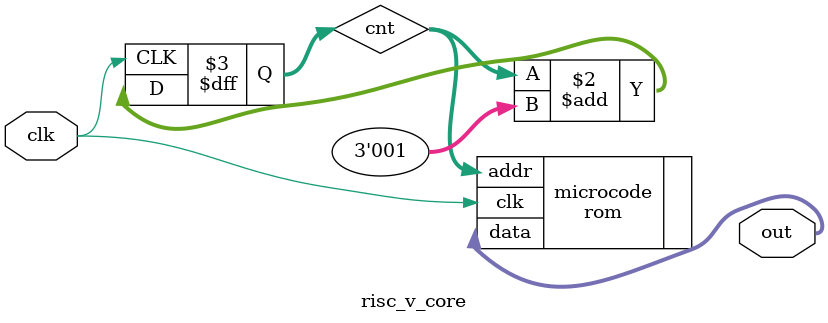
<source format=v>
module risc_v_core(
	input clk,
	output [7:0] out
);

reg [2:0] cnt;
always @(posedge clk) cnt <= cnt + 3'd1;

rom microcode(
				.addr(cnt),
				.clk(clk),
				.data(out)
			);

endmodule
</source>
